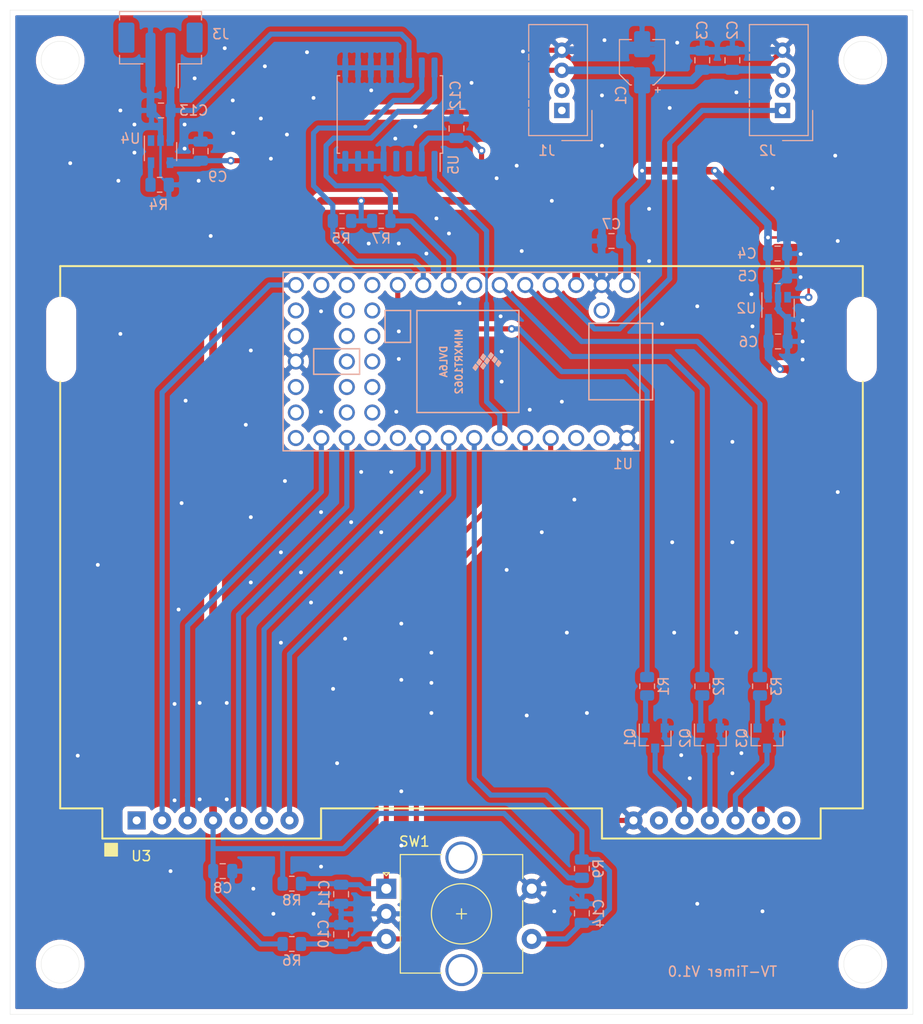
<source format=kicad_pcb>
(kicad_pcb (version 20171130) (host pcbnew "(5.1.9-0-10_14)")
  (title_block (title "TV Timer") (date 2021-01-10) (rev 1.0) (comment 2 creativecommons.org/licenses/by/4.0/) (comment 3 "License: CC BY 4.0") (comment 4 "Author: Rob Bultman"))
  (layers (0 F.Cu signal) (31 B.Cu signal) (34 B.Paste user) (35 F.Paste user) (36 B.SilkS user) (37 F.SilkS user) (38 B.Mask user) (39 F.Mask user) (44 Edge.Cuts user))
  (net 0 "")
  (net 1 +5V)
  (net 2 GND)
  (net 3 +3V3)
  (net 4 ENC_PHB)
  (net 5 ENC_PHA)
  (net 6 +BATT)
  (net 7 ENC_SW)
  (net 8 "Net-(J1-Pad1)")
  (net 9 "Net-(J1-Pad2)")
  (net 10 "Net-(J2-Pad2)")
  (net 11 RELAY)
  (net 12 "Net-(Q1-Pad1)")
  (net 13 "Net-(Q1-Pad3)")
  (net 14 "Net-(Q2-Pad3)")
  (net 15 "Net-(Q2-Pad1)")
  (net 16 "Net-(Q3-Pad1)")
  (net 17 "Net-(Q3-Pad3)")
  (net 18 RED_LED)
  (net 19 GREEN_LED)
  (net 20 BLUE_LED)
  (net 21 "Net-(R4-Pad1)")
  (net 22 SDA)
  (net 23 SCL)
  (net 24 "Net-(U1-Pad44)")
  (net 25 "Net-(U1-Pad43)")
  (net 26 "Net-(U1-Pad42)")
  (net 27 "Net-(U1-Pad41)")
  (net 28 "Net-(U1-Pad40)")
  (net 29 "Net-(U1-Pad39)")
  (net 30 "Net-(U1-Pad38)")
  (net 31 "Net-(U1-Pad37)")
  (net 32 "Net-(U1-Pad36)")
  (net 33 "Net-(U1-Pad35)")
  (net 34 "Net-(U1-Pad2)")
  (net 35 "Net-(U1-Pad3)")
  (net 36 RTC_32KHZ)
  (net 37 LCD_A0)
  (net 38 ~LCD_RESET)
  (net 39 "Net-(U1-Pad10)")
  (net 40 "Net-(U1-Pad11)")
  (net 41 LCD_CS)
  (net 42 LCD_MOSI)
  (net 43 "Net-(U1-Pad34)")
  (net 44 "Net-(U1-Pad14)")
  (net 45 "Net-(U1-Pad15)")
  (net 46 "Net-(U1-Pad16)")
  (net 47 LCD_SCK)
  (net 48 "Net-(U1-Pad19)")
  (net 49 "Net-(U1-Pad18)")
  (net 50 "Net-(U3-Pad1)")
  (net 51 "Net-(U3-Pad9)")
  (net 52 "Net-(U3-Pad14)")
  (net 53 "Net-(U4-Pad1)")
  (net 54 "Net-(U5-Pad3)")
  (net 55 "Net-(U1-Pad23)")
  (net 56 "Net-(U1-Pad22)")
  (net 57 "Net-(U1-Pad21)")
  (net 58 +3v3_LED)
  (net 59 "Net-(U1-Pad27)")
  (net 60 "Net-(U5-Pad4)")
  (module Package_TO_SOT_SMD:SOT-23-5 (layer B.Cu) (at 76.55 29.7 270)
    (fp_text reference U2 (at 0 3.15) (layer B.SilkS) (effects (justify mirror)))
    (fp_text value TLV75733PDBV)
    (pad 5 smd rect (at 1.1 0.95 270) (size 1.06 0.65) (layers B.Cu B.Paste B.Mask) (net 58 +3v3_LED))
    (pad 4 smd rect (at 1.1 -0.95 270) (size 1.06 0.65) (layers B.Cu B.Paste B.Mask) (net 2 GND))
    (pad 3 smd rect (at -1.1 -0.95 270) (size 1.06 0.65) (layers B.Cu B.Paste B.Mask) (net 1 +5V))
    (pad 2 smd rect (at -1.1 0 270) (size 1.06 0.65) (layers B.Cu B.Paste B.Mask) (net 2 GND))
    (pad 1 smd rect (at -1.1 0.95 270) (size 1.06 0.65) (layers B.Cu B.Paste B.Mask) (net 1 +5V))
  )
  (module tv-timer:NHD-C12864A1Z (layer F.Cu) (at 45 52.5)
    (fp_text reference U3 (at -33.02 31.75) (layer F.SilkS) (effects (justify left)))
    (fp_text value NHD-C12864A1Z)
    (pad "" np_thru_hole oval (at 39.9 -19.7) (size 2 7.5) (drill oval 2 7.5) (layers *.Cu *.Mask))
    (pad "" np_thru_hole oval (at -39.9 -19.7) (size 2 7.5) (drill oval 2 7.5) (layers *.Cu *.Mask))
    (pad 14 thru_hole circle (at 32.38 28.2) (size 1.8 1.8) (drill 0.8) (layers *.Cu *.Mask) (net 52 "Net-(U3-Pad14)"))
    (pad 13 thru_hole circle (at 29.84 28.2) (size 1.8 1.8) (drill 0.8) (layers *.Cu *.Mask) (net 58 +3v3_LED))
    (pad 12 thru_hole circle (at 27.3 28.2) (size 1.8 1.8) (drill 0.8) (layers *.Cu *.Mask) (net 17 "Net-(Q3-Pad3)"))
    (pad 11 thru_hole circle (at 24.76 28.2) (size 1.8 1.8) (drill 0.8) (layers *.Cu *.Mask) (net 14 "Net-(Q2-Pad3)"))
    (pad 10 thru_hole circle (at 22.22 28.2) (size 1.8 1.8) (drill 0.8) (layers *.Cu *.Mask) (net 13 "Net-(Q1-Pad3)"))
    (pad 9 thru_hole circle (at 19.68 28.2) (size 1.8 1.8) (drill 0.8) (layers *.Cu *.Mask) (net 51 "Net-(U3-Pad9)"))
    (pad 8 thru_hole circle (at 17.14 28.2) (size 1.8 1.8) (drill 0.8) (layers *.Cu *.Mask) (net 2 GND))
    (pad 7 thru_hole circle (at -17.14 28.2) (size 1.8 1.8) (drill 0.8) (layers *.Cu *.Mask) (net 41 LCD_CS))
    (pad 6 thru_hole circle (at -19.68 28.2) (size 1.8 1.8) (drill 0.8) (layers *.Cu *.Mask) (net 38 ~LCD_RESET))
    (pad 5 thru_hole circle (at -22.22 28.2) (size 1.8 1.8) (drill 0.8) (layers *.Cu *.Mask) (net 37 LCD_A0))
    (pad 4 thru_hole circle (at -24.76 28.2) (size 1.8 1.8) (drill 0.8) (layers *.Cu *.Mask) (net 3 +3V3))
    (pad 3 thru_hole circle (at -27.3 28.2) (size 1.8 1.8) (drill 0.8) (layers *.Cu *.Mask) (net 42 LCD_MOSI))
    (pad 2 thru_hole circle (at -29.84 28.2) (size 1.8 1.8) (drill 0.8) (layers *.Cu *.Mask) (net 47 LCD_SCK))
    (pad 1 thru_hole rect (at -32.38 28.2) (size 1.8 1.8) (drill 0.8) (layers *.Cu *.Mask) (net 50 "Net-(U3-Pad1)"))
  )
  (module Capacitor_SMD:CP_Elec_4x5.4 (layer B.Cu) (at 63 5.2 90)
    (fp_text reference C1 (at -3.3 -2.1 90) (layer B.SilkS) (effects (justify mirror)))
    (fp_text value 10uF)
    (pad 1 smd roundrect (at -1.8 0 90) (size 2.6 1.6) (layers B.Cu B.Paste B.Mask) (roundrect_rratio 0.15625) (net 1 +5V))
    (pad 2 smd roundrect (at 1.8 0 90) (size 2.6 1.6) (layers B.Cu B.Paste B.Mask) (roundrect_rratio 0.15625) (net 2 GND))
  )
  (module Capacitor_SMD:C_0805_2012Metric (layer B.Cu) (at 72 5 90)
    (fp_text reference C2 (at 3 0 90) (layer B.SilkS) (effects (justify mirror)))
    (fp_text value 10uF)
    (pad 1 smd roundrect (at -0.95 0 90) (size 1 1.45) (layers B.Cu B.Paste B.Mask) (net 1 +5V))
    (pad 2 smd roundrect (at 0.95 0 90) (size 1 1.45) (layers B.Cu B.Paste B.Mask) (net 2 GND))
  )
  (module Capacitor_SMD:C_0805_2012Metric (layer B.Cu) (at 69 5 90)
    (fp_text reference C3 (at 3 0 90) (layer B.SilkS) (effects (justify mirror)))
    (fp_text value 1uF)
    (pad 2 smd roundrect (at 0.95 0 90) (size 1 1.45) (layers B.Cu B.Paste B.Mask) (net 2 GND))
    (pad 1 smd roundrect (at -0.95 0 90) (size 1 1.45) (layers B.Cu B.Paste B.Mask) (net 1 +5V))
  )
  (module Capacitor_SMD:C_0805_2012Metric (layer B.Cu) (at 76.5 24.25)
    (fp_text reference C4 (at -3.05 0) (layer B.SilkS) (effects (justify mirror)))
    (fp_text value 10uF)
    (pad 1 smd roundrect (at -0.95 0) (size 1 1.45) (layers B.Cu B.Paste B.Mask) (net 1 +5V))
    (pad 2 smd roundrect (at 0.95 0) (size 1 1.45) (layers B.Cu B.Paste B.Mask) (net 2 GND))
  )
  (module Capacitor_SMD:C_0805_2012Metric (layer B.Cu) (at 76.5 26.5)
    (fp_text reference C5 (at -3 0) (layer B.SilkS) (effects (justify mirror)))
    (fp_text value 1uF)
    (pad 2 smd roundrect (at 0.95 0) (size 1 1.45) (layers B.Cu B.Paste B.Mask) (net 2 GND))
    (pad 1 smd roundrect (at -0.95 0) (size 1 1.45) (layers B.Cu B.Paste B.Mask) (net 1 +5V))
  )
  (module Capacitor_SMD:C_0805_2012Metric (layer B.Cu) (at 76.55 33)
    (fp_text reference C6 (at -2.95 0.05) (layer B.SilkS) (effects (justify mirror)))
    (fp_text value 1uF)
    (pad 1 smd roundrect (at -0.95 0) (size 1 1.45) (layers B.Cu B.Paste B.Mask) (net 58 +3v3_LED))
    (pad 2 smd roundrect (at 0.95 0) (size 1 1.45) (layers B.Cu B.Paste B.Mask) (net 2 GND))
  )
  (module Capacitor_SMD:C_0805_2012Metric (layer B.Cu) (at 59.95 23 180)
    (fp_text reference C7 (at 0 1.68) (layer B.SilkS) (effects (justify mirror)))
    (fp_text value 1uF)
    (pad 1 smd roundrect (at -0.95 0 180) (size 1 1.45) (layers B.Cu B.Paste B.Mask) (net 1 +5V))
    (pad 2 smd roundrect (at 0.95 0 180) (size 1 1.45) (layers B.Cu B.Paste B.Mask) (net 2 GND))
  )
  (module Capacitor_SMD:C_0805_2012Metric (layer B.Cu) (at 21.2 85.75)
    (fp_text reference C8 (at 0 1.68) (layer B.SilkS) (effects (justify mirror)))
    (fp_text value 1uF)
    (pad 2 smd roundrect (at 0.95 0) (size 1 1.45) (layers B.Cu B.Paste B.Mask) (net 2 GND))
    (pad 1 smd roundrect (at -0.95 0) (size 1 1.45) (layers B.Cu B.Paste B.Mask) (net 3 +3V3))
  )
  (module Capacitor_SMD:C_0805_2012Metric (layer B.Cu) (at 19 14.05 90)
    (fp_text reference C9 (at -2.55 1.7 180) (layer B.SilkS) (effects (justify mirror)))
    (fp_text value 10uF)
    (pad 1 smd roundrect (at -0.95 0 90) (size 1 1.45) (layers B.Cu B.Paste B.Mask) (net 1 +5V))
    (pad 2 smd roundrect (at 0.95 0 90) (size 1 1.45) (layers B.Cu B.Paste B.Mask) (net 2 GND))
  )
  (module Capacitor_SMD:C_0805_2012Metric (layer B.Cu) (at 33 92.05 90)
    (fp_text reference C10 (at 0.05 -1.75 90) (layer B.SilkS) (effects (justify mirror)))
    (fp_text value 0.1nF)
    (pad 2 smd roundrect (at 0.95 0 90) (size 1 1.45) (layers B.Cu B.Paste B.Mask) (net 2 GND))
    (pad 1 smd roundrect (at -0.95 0 90) (size 1 1.45) (layers B.Cu B.Paste B.Mask) (net 4 ENC_PHB))
  )
  (module Capacitor_SMD:C_0805_2012Metric (layer B.Cu) (at 33 88.05 270)
    (fp_text reference C11 (at 0 1.68 90) (layer B.SilkS) (effects (justify mirror)))
    (fp_text value 0.1nF)
    (pad 1 smd roundrect (at -0.95 0 270) (size 1 1.45) (layers B.Cu B.Paste B.Mask) (net 5 ENC_PHA))
    (pad 2 smd roundrect (at 0.95 0 270) (size 1 1.45) (layers B.Cu B.Paste B.Mask) (net 2 GND))
  )
  (module Capacitor_SMD:C_0805_2012Metric (layer B.Cu) (at 44.5 11.8 90)
    (fp_text reference C12 (at 3.35 -0.1 90) (layer B.SilkS) (effects (justify mirror)))
    (fp_text value 1uF)
    (pad 2 smd roundrect (at 0.95 0 90) (size 1 1.45) (layers B.Cu B.Paste B.Mask) (net 2 GND))
    (pad 1 smd roundrect (at -0.95 0 90) (size 1 1.45) (layers B.Cu B.Paste B.Mask) (net 3 +3V3))
  )
  (module Capacitor_SMD:C_0805_2012Metric (layer B.Cu) (at 15.05 10 180)
    (fp_text reference C13 (at -3.25 0) (layer B.SilkS) (effects (justify mirror)))
    (fp_text value 10uF)
    (pad 2 smd roundrect (at 0.95 0 180) (size 1 1.45) (layers B.Cu B.Paste B.Mask) (net 2 GND))
    (pad 1 smd roundrect (at -0.95 0 180) (size 1 1.45) (layers B.Cu B.Paste B.Mask) (net 6 +BATT))
  )
  (module Capacitor_SMD:C_0805_2012Metric (layer B.Cu) (at 57 89.95 90)
    (fp_text reference C14 (at 0 1.68 90) (layer B.SilkS) (effects (justify mirror)))
    (fp_text value 0.1nF)
    (pad 1 smd roundrect (at -0.95 0 90) (size 1 1.45) (layers B.Cu B.Paste B.Mask) (net 7 ENC_SW))
    (pad 2 smd roundrect (at 0.95 0 90) (size 1 1.45) (layers B.Cu B.Paste B.Mask) (net 2 GND))
  )
  (module Connector:NS-Tech_Grove_1x04_P2mm_Vertical (layer B.Cu) (at 55 10)
    (fp_text reference J1 (at -1.5 4) (layer B.SilkS) (effects (justify mirror)))
    (fp_text value Conn_01x04)
    (pad 1 thru_hole rect (at 0 0) (size 1.524 1.524) (drill 0.762) (layers *.Cu *.Mask) (net 8 "Net-(J1-Pad1)"))
    (pad 2 thru_hole circle (at 0 -2) (size 1.524 1.524) (drill 0.762) (layers *.Cu *.Mask) (net 9 "Net-(J1-Pad2)"))
    (pad 3 thru_hole circle (at 0 -4) (size 1.524 1.524) (drill 0.762) (layers *.Cu *.Mask) (net 1 +5V))
    (pad 4 thru_hole circle (at 0 -6) (size 1.524 1.524) (drill 0.762) (layers *.Cu *.Mask) (net 2 GND))
  )
  (module Connector:NS-Tech_Grove_1x04_P2mm_Vertical (layer B.Cu) (at 77 10)
    (fp_text reference J2 (at -1.5 4) (layer B.SilkS) (effects (justify mirror)))
    (fp_text value Conn_01x04)
    (pad 4 thru_hole circle (at 0 -6) (size 1.524 1.524) (drill 0.762) (layers *.Cu *.Mask) (net 2 GND))
    (pad 3 thru_hole circle (at 0 -4) (size 1.524 1.524) (drill 0.762) (layers *.Cu *.Mask) (net 1 +5V))
    (pad 2 thru_hole circle (at 0 -2) (size 1.524 1.524) (drill 0.762) (layers *.Cu *.Mask) (net 10 "Net-(J2-Pad2)"))
    (pad 1 thru_hole rect (at 0 0) (size 1.524 1.524) (drill 0.762) (layers *.Cu *.Mask) (net 11 RELAY))
  )
  (module Connector_JST:JST_PH_B2B-PH-SM4-TB_1x02-1MP_P2.00mm_Vertical (layer B.Cu) (at 15 4.5 180)
    (fp_text reference J3 (at -6 2.1) (layer B.SilkS) (effects (justify mirror)))
    (fp_text value Conn_01x02)
    (pad 1 smd roundrect (at -1 -0.5 180) (size 1 5.5) (layers B.Cu B.Paste B.Mask) (net 6 +BATT))
    (pad 2 smd roundrect (at 1 -0.5 180) (size 1 5.5) (layers B.Cu B.Paste B.Mask) (net 2 GND))
    (pad MP smd roundrect (at -3.4 1.75 180) (size 1.6 3) (layers B.Cu B.Paste B.Mask) (roundrect_rratio 0.15625))
    (pad MP smd roundrect (at 3.4 1.75 180) (size 1.6 3) (layers B.Cu B.Paste B.Mask) (roundrect_rratio 0.15625))
  )
  (module Package_TO_SOT_SMD:SOT-23 (layer B.Cu) (at 64.3 72.5 270)
    (fp_text reference Q1 (at 0 2.5 90) (layer B.SilkS) (effects (justify mirror)))
    (fp_text value BSS138)
    (pad 1 smd rect (at -1 0.95 270) (size 0.9 0.8) (layers B.Cu B.Paste B.Mask) (net 12 "Net-(Q1-Pad1)"))
    (pad 2 smd rect (at -1 -0.95 270) (size 0.9 0.8) (layers B.Cu B.Paste B.Mask) (net 2 GND))
    (pad 3 smd rect (at 1 0 270) (size 0.9 0.8) (layers B.Cu B.Paste B.Mask) (net 13 "Net-(Q1-Pad3)"))
  )
  (module Package_TO_SOT_SMD:SOT-23 (layer B.Cu) (at 69.8 72.5 270)
    (fp_text reference Q2 (at 0 2.5 90) (layer B.SilkS) (effects (justify mirror)))
    (fp_text value BSS138)
    (pad 3 smd rect (at 1 0 270) (size 0.9 0.8) (layers B.Cu B.Paste B.Mask) (net 14 "Net-(Q2-Pad3)"))
    (pad 2 smd rect (at -1 -0.95 270) (size 0.9 0.8) (layers B.Cu B.Paste B.Mask) (net 2 GND))
    (pad 1 smd rect (at -1 0.95 270) (size 0.9 0.8) (layers B.Cu B.Paste B.Mask) (net 15 "Net-(Q2-Pad1)"))
  )
  (module Package_TO_SOT_SMD:SOT-23 (layer B.Cu) (at 75.45 72.5 270)
    (fp_text reference Q3 (at 0 2.5 90) (layer B.SilkS) (effects (justify mirror)))
    (fp_text value BSS138)
    (pad 1 smd rect (at -1 0.95 270) (size 0.9 0.8) (layers B.Cu B.Paste B.Mask) (net 16 "Net-(Q3-Pad1)"))
    (pad 2 smd rect (at -1 -0.95 270) (size 0.9 0.8) (layers B.Cu B.Paste B.Mask) (net 2 GND))
    (pad 3 smd rect (at 1 0 270) (size 0.9 0.8) (layers B.Cu B.Paste B.Mask) (net 17 "Net-(Q3-Pad3)"))
  )
  (module Resistor_SMD:R_0805_2012Metric (layer B.Cu) (at 63.5 67.3375 90)
    (fp_text reference R1 (at 0 1.65 90) (layer B.SilkS) (effects (justify mirror)))
    (fp_text value 100)
    (pad 2 smd roundrect (at 0.9125 0 90) (size 1.025 1.4) (layers B.Cu B.Paste B.Mask) (roundrect_rratio 0.243902) (net 18 RED_LED))
    (pad 1 smd roundrect (at -0.9125 0 90) (size 1.025 1.4) (layers B.Cu B.Paste B.Mask) (roundrect_rratio 0.243902) (net 12 "Net-(Q1-Pad1)"))
  )
  (module Resistor_SMD:R_0805_2012Metric (layer B.Cu) (at 69 67.3375 90)
    (fp_text reference R2 (at 0 1.65 90) (layer B.SilkS) (effects (justify mirror)))
    (fp_text value 100)
    (pad 2 smd roundrect (at 0.9125 0 90) (size 1.025 1.4) (layers B.Cu B.Paste B.Mask) (roundrect_rratio 0.243902) (net 19 GREEN_LED))
    (pad 1 smd roundrect (at -0.9125 0 90) (size 1.025 1.4) (layers B.Cu B.Paste B.Mask) (roundrect_rratio 0.243902) (net 15 "Net-(Q2-Pad1)"))
  )
  (module Resistor_SMD:R_0805_2012Metric (layer B.Cu) (at 74.75 67.3375 90)
    (fp_text reference R3 (at 0 1.65 90) (layer B.SilkS) (effects (justify mirror)))
    (fp_text value 100)
    (pad 1 smd roundrect (at -0.9125 0 90) (size 1.025 1.4) (layers B.Cu B.Paste B.Mask) (roundrect_rratio 0.243902) (net 16 "Net-(Q3-Pad1)"))
    (pad 2 smd roundrect (at 0.9125 0 90) (size 1.025 1.4) (layers B.Cu B.Paste B.Mask) (roundrect_rratio 0.243902) (net 20 BLUE_LED))
  )
  (module Resistor_SMD:R_0805_2012Metric (layer B.Cu) (at 14.9125 17.4)
    (fp_text reference R4 (at -0.1125 2) (layer B.SilkS) (effects (justify mirror)))
    (fp_text value 10K)
    (pad 1 smd roundrect (at -0.9125 0) (size 1.025 1.4) (layers B.Cu B.Paste B.Mask) (roundrect_rratio 0.243902) (net 21 "Net-(R4-Pad1)"))
    (pad 2 smd roundrect (at 0.9125 0) (size 1.025 1.4) (layers B.Cu B.Paste B.Mask) (roundrect_rratio 0.243902) (net 2 GND))
  )
  (module Resistor_SMD:R_0805_2012Metric (layer B.Cu) (at 33.0875 21 180)
    (fp_text reference R5 (at 0.0875 -1.75) (layer B.SilkS) (effects (justify mirror)))
    (fp_text value 10K)
    (pad 2 smd roundrect (at 0.9125 0 180) (size 1.025 1.4) (layers B.Cu B.Paste B.Mask) (roundrect_rratio 0.243902) (net 22 SDA))
    (pad 1 smd roundrect (at -0.9125 0 180) (size 1.025 1.4) (layers B.Cu B.Paste B.Mask) (roundrect_rratio 0.243902) (net 3 +3V3))
  )
  (module Resistor_SMD:R_0805_2012Metric (layer B.Cu) (at 28.0875 93)
    (fp_text reference R6 (at 0 1.65) (layer B.SilkS) (effects (justify mirror)))
    (fp_text value 10K)
    (pad 2 smd roundrect (at 0.9125 0) (size 1.025 1.4) (layers B.Cu B.Paste B.Mask) (roundrect_rratio 0.243902) (net 4 ENC_PHB))
    (pad 1 smd roundrect (at -0.9125 0) (size 1.025 1.4) (layers B.Cu B.Paste B.Mask) (roundrect_rratio 0.243902) (net 3 +3V3))
  )
  (module Resistor_SMD:R_0805_2012Metric (layer B.Cu) (at 37 21)
    (fp_text reference R7 (at 0 1.75) (layer B.SilkS) (effects (justify mirror)))
    (fp_text value 10K)
    (pad 1 smd roundrect (at -0.9125 0) (size 1.025 1.4) (layers B.Cu B.Paste B.Mask) (roundrect_rratio 0.243902) (net 3 +3V3))
    (pad 2 smd roundrect (at 0.9125 0) (size 1.025 1.4) (layers B.Cu B.Paste B.Mask) (roundrect_rratio 0.243902) (net 23 SCL))
  )
  (module Resistor_SMD:R_0805_2012Metric (layer B.Cu) (at 28.0875 87)
    (fp_text reference R8 (at 0 1.65) (layer B.SilkS) (effects (justify mirror)))
    (fp_text value 10K)
    (pad 1 smd roundrect (at -0.9125 0) (size 1.025 1.4) (layers B.Cu B.Paste B.Mask) (roundrect_rratio 0.243902) (net 3 +3V3))
    (pad 2 smd roundrect (at 0.9125 0) (size 1.025 1.4) (layers B.Cu B.Paste B.Mask) (roundrect_rratio 0.243902) (net 5 ENC_PHA))
  )
  (module Resistor_SMD:R_0805_2012Metric (layer B.Cu) (at 57 85.5 90)
    (fp_text reference R9 (at 0 1.65 90) (layer B.SilkS) (effects (justify mirror)))
    (fp_text value 10K)
    (pad 1 smd roundrect (at -0.9125 0 90) (size 1.025 1.4) (layers B.Cu B.Paste B.Mask) (roundrect_rratio 0.243902) (net 3 +3V3))
    (pad 2 smd roundrect (at 0.9125 0 90) (size 1.025 1.4) (layers B.Cu B.Paste B.Mask) (roundrect_rratio 0.243902) (net 7 ENC_SW))
  )
  (module Rotary_Encoder:RotaryEncoder_Alps_EC11E-Switch_Vertical_H20mm_CircularMountingHoles (layer F.Cu) (at 37.5 87.5)
    (fp_text reference SW1 (at 2.8 -4.7) (layer F.SilkS))
    (fp_text value Rotary_Encoder_Switch)
    (pad S1 thru_hole circle (at 14.5 5) (size 2 2) (drill 1) (layers *.Cu *.Mask) (net 7 ENC_SW))
    (pad S2 thru_hole circle (at 14.5 0) (size 2 2) (drill 1) (layers *.Cu *.Mask) (net 2 GND))
    (pad MP thru_hole circle (at 7.5 8.1) (size 3.2 3.2) (drill 2.6) (layers *.Cu *.Mask))
    (pad MP thru_hole circle (at 7.5 -3.1) (size 3.2 3.2) (drill 2.6) (layers *.Cu *.Mask))
    (pad B thru_hole circle (at 0 5) (size 2 2) (drill 1) (layers *.Cu *.Mask) (net 4 ENC_PHB))
    (pad C thru_hole circle (at 0 2.5) (size 2 2) (drill 1) (layers *.Cu *.Mask) (net 2 GND))
    (pad A thru_hole rect (at 0 0) (size 2 2) (drill 1) (layers *.Cu *.Mask) (net 5 ENC_PHA))
  )
  (module teensy:Teensy40 (layer B.Cu) (at 45 35 180)
    (fp_text reference U1 (at -16.1 -10.2) (layer B.SilkS) (effects (justify mirror)))
    (fp_text value Teensy4.0)
    (fp_text user DVL6A (at 1.778 0 270) (layer B.SilkS) (effects (font (size 0.7 0.7)) (justify mirror)))
    (fp_text user MIMXRT1062 (at 0.254 0 270) (layer B.SilkS) (effects (font (size 0.7 0.7)) (justify mirror)))
    (pad 44 thru_hole circle (at 8.89 -5.08 180) (size 1.6 1.6) (drill 1.1) (layers *.Cu *.Mask) (net 24 "Net-(U1-Pad44)"))
    (pad 43 thru_hole circle (at 11.43 -5.08 180) (size 1.6 1.6) (drill 1.1) (layers *.Cu *.Mask) (net 25 "Net-(U1-Pad43)"))
    (pad 42 thru_hole circle (at 8.89 -2.54 180) (size 1.6 1.6) (drill 1.1) (layers *.Cu *.Mask) (net 26 "Net-(U1-Pad42)"))
    (pad 41 thru_hole circle (at 11.43 -2.54 180) (size 1.6 1.6) (drill 1.1) (layers *.Cu *.Mask) (net 27 "Net-(U1-Pad41)"))
    (pad 40 thru_hole circle (at 8.89 0 180) (size 1.6 1.6) (drill 1.1) (layers *.Cu *.Mask) (net 28 "Net-(U1-Pad40)"))
    (pad 39 thru_hole circle (at 11.43 0 180) (size 1.6 1.6) (drill 1.1) (layers *.Cu *.Mask) (net 29 "Net-(U1-Pad39)"))
    (pad 38 thru_hole circle (at 8.89 2.54 180) (size 1.6 1.6) (drill 1.1) (layers *.Cu *.Mask) (net 30 "Net-(U1-Pad38)"))
    (pad 37 thru_hole circle (at 11.43 2.54 180) (size 1.6 1.6) (drill 1.1) (layers *.Cu *.Mask) (net 31 "Net-(U1-Pad37)"))
    (pad 36 thru_hole circle (at 8.89 5.08 180) (size 1.6 1.6) (drill 1.1) (layers *.Cu *.Mask) (net 32 "Net-(U1-Pad36)"))
    (pad 35 thru_hole circle (at 11.43 5.08 180) (size 1.6 1.6) (drill 1.1) (layers *.Cu *.Mask) (net 33 "Net-(U1-Pad35)"))
    (pad 1 thru_hole circle (at -16.51 -7.62 180) (size 1.6 1.6) (drill 1.1) (layers *.Cu *.Mask) (net 2 GND))
    (pad 2 thru_hole circle (at -13.97 -7.62 180) (size 1.6 1.6) (drill 1.1) (layers *.Cu *.Mask) (net 34 "Net-(U1-Pad2)"))
    (pad 3 thru_hole circle (at -11.43 -7.62 180) (size 1.6 1.6) (drill 1.1) (layers *.Cu *.Mask) (net 35 "Net-(U1-Pad3)"))
    (pad 4 thru_hole circle (at -8.89 -7.62 180) (size 1.6 1.6) (drill 1.1) (layers *.Cu *.Mask) (net 4 ENC_PHB))
    (pad 5 thru_hole circle (at -6.35 -7.62 180) (size 1.6 1.6) (drill 1.1) (layers *.Cu *.Mask) (net 5 ENC_PHA))
    (pad 6 thru_hole circle (at -3.81 -7.62 180) (size 1.6 1.6) (drill 1.1) (layers *.Cu *.Mask) (net 36 RTC_32KHZ))
    (pad 7 thru_hole circle (at -1.27 -7.62 180) (size 1.6 1.6) (drill 1.1) (layers *.Cu *.Mask) (net 7 ENC_SW))
    (pad 8 thru_hole circle (at 1.27 -7.62 180) (size 1.6 1.6) (drill 1.1) (layers *.Cu *.Mask) (net 41 LCD_CS))
    (pad 9 thru_hole circle (at 3.81 -7.62 180) (size 1.6 1.6) (drill 1.1) (layers *.Cu *.Mask) (net 38 ~LCD_RESET))
    (pad 10 thru_hole circle (at 6.35 -7.62 180) (size 1.6 1.6) (drill 1.1) (layers *.Cu *.Mask) (net 39 "Net-(U1-Pad10)"))
    (pad 11 thru_hole circle (at 8.89 -7.62 180) (size 1.6 1.6) (drill 1.1) (layers *.Cu *.Mask) (net 40 "Net-(U1-Pad11)"))
    (pad 12 thru_hole circle (at 11.43 -7.62 180) (size 1.6 1.6) (drill 1.1) (layers *.Cu *.Mask) (net 37 LCD_A0))
    (pad 13 thru_hole circle (at 13.97 -7.62 180) (size 1.6 1.6) (drill 1.1) (layers *.Cu *.Mask) (net 42 LCD_MOSI))
    (pad 34 thru_hole circle (at -13.97 5.08 180) (size 1.6 1.6) (drill 1.1) (layers *.Cu *.Mask) (net 43 "Net-(U1-Pad34)"))
    (pad 33 thru_hole circle (at -16.51 7.62 180) (size 1.6 1.6) (drill 1.1) (layers *.Cu *.Mask) (net 1 +5V))
    (pad 32 thru_hole circle (at -13.97 7.62 180) (size 1.6 1.6) (drill 1.1) (layers *.Cu *.Mask) (net 2 GND))
    (pad 31 thru_hole circle (at -11.43 7.62 180) (size 1.6 1.6) (drill 1.1) (layers *.Cu *.Mask) (net 3 +3V3))
    (pad 30 thru_hole circle (at -8.89 7.62 180) (size 1.6 1.6) (drill 1.1) (layers *.Cu *.Mask) (net 11 RELAY))
    (pad 29 thru_hole circle (at -6.35 7.62 180) (size 1.6 1.6) (drill 1.1) (layers *.Cu *.Mask) (net 20 BLUE_LED))
    (pad 28 thru_hole circle (at -3.81 7.62 180) (size 1.6 1.6) (drill 1.1) (layers *.Cu *.Mask) (net 19 GREEN_LED))
    (pad 27 thru_hole circle (at -1.27 7.62 180) (size 1.6 1.6) (drill 1.1) (layers *.Cu *.Mask) (net 59 "Net-(U1-Pad27)"))
    (pad 26 thru_hole circle (at 1.27 7.62 180) (size 1.6 1.6) (drill 1.1) (layers *.Cu *.Mask) (net 23 SCL))
    (pad 25 thru_hole circle (at 3.81 7.62 180) (size 1.6 1.6) (drill 1.1) (layers *.Cu *.Mask) (net 22 SDA))
    (pad 24 thru_hole circle (at 6.35 7.62 180) (size 1.6 1.6) (drill 1.1) (layers *.Cu *.Mask) (net 18 RED_LED))
    (pad 23 thru_hole circle (at 8.89 7.62 180) (size 1.6 1.6) (drill 1.1) (layers *.Cu *.Mask) (net 55 "Net-(U1-Pad23)"))
    (pad 22 thru_hole circle (at 11.43 7.62 180) (size 1.6 1.6) (drill 1.1) (layers *.Cu *.Mask) (net 56 "Net-(U1-Pad22)"))
    (pad 21 thru_hole circle (at 13.97 7.62 180) (size 1.6 1.6) (drill 1.1) (layers *.Cu *.Mask) (net 57 "Net-(U1-Pad21)"))
    (pad 14 thru_hole circle (at 16.51 -7.62 180) (size 1.6 1.6) (drill 1.1) (layers *.Cu *.Mask) (net 44 "Net-(U1-Pad14)"))
    (pad 15 thru_hole circle (at 16.51 -5.08 180) (size 1.6 1.6) (drill 1.1) (layers *.Cu *.Mask) (net 45 "Net-(U1-Pad15)"))
    (pad 16 thru_hole circle (at 16.51 -2.54 180) (size 1.6 1.6) (drill 1.1) (layers *.Cu *.Mask) (net 46 "Net-(U1-Pad16)"))
    (pad 20 thru_hole circle (at 16.51 7.62 180) (size 1.6 1.6) (drill 1.1) (layers *.Cu *.Mask) (net 47 LCD_SCK))
    (pad 19 thru_hole circle (at 16.51 5.08 180) (size 1.6 1.6) (drill 1.1) (layers *.Cu *.Mask) (net 48 "Net-(U1-Pad19)"))
    (pad 18 thru_hole circle (at 16.51 2.54 180) (size 1.6 1.6) (drill 1.1) (layers *.Cu *.Mask) (net 49 "Net-(U1-Pad18)"))
    (pad 17 thru_hole circle (at 16.51 0 180) (size 1.6 1.6) (drill 1.1) (layers *.Cu *.Mask) (net 2 GND))
  )
  (module Package_TO_SOT_SMD:SOT-23-5 (layer B.Cu) (at 15 14.1 270)
    (fp_text reference U4 (at -1.3 3 180) (layer B.SilkS) (effects (justify mirror)))
    (fp_text value MCP73831-2-OT)
    (pad 1 smd rect (at -1.1 0.95 270) (size 1.06 0.65) (layers B.Cu B.Paste B.Mask) (net 53 "Net-(U4-Pad1)"))
    (pad 2 smd rect (at -1.1 0 270) (size 1.06 0.65) (layers B.Cu B.Paste B.Mask) (net 2 GND))
    (pad 3 smd rect (at -1.1 -0.95 270) (size 1.06 0.65) (layers B.Cu B.Paste B.Mask) (net 6 +BATT))
    (pad 4 smd rect (at 1.1 -0.95 270) (size 1.06 0.65) (layers B.Cu B.Paste B.Mask) (net 1 +5V))
    (pad 5 smd rect (at 1.1 0.95 270) (size 1.06 0.65) (layers B.Cu B.Paste B.Mask) (net 21 "Net-(R4-Pad1)"))
  )
  (module Package_SO:SOIC-16W_7.5x10.3mm_P1.27mm (layer B.Cu) (at 37.865 10.4 90)
    (fp_text reference U5 (at -5 6.335 90) (layer B.SilkS) (effects (justify mirror)))
    (fp_text value DS3231M)
    (pad 1 smd roundrect (at -4.65 4.445 90) (size 2.05 0.6) (layers B.Cu B.Paste B.Mask) (net 36 RTC_32KHZ))
    (pad 2 smd roundrect (at -4.65 3.175 90) (size 2.05 0.6) (layers B.Cu B.Paste B.Mask) (net 3 +3V3))
    (pad 3 smd roundrect (at -4.65 1.905 90) (size 2.05 0.6) (layers B.Cu B.Paste B.Mask) (net 54 "Net-(U5-Pad3)"))
    (pad 4 smd roundrect (at -4.65 0.635 90) (size 2.05 0.6) (layers B.Cu B.Paste B.Mask) (net 60 "Net-(U5-Pad4)"))
    (pad 5 smd roundrect (at -4.65 -0.635 90) (size 2.05 0.6) (layers B.Cu B.Paste B.Mask) (net 2 GND))
    (pad 6 smd roundrect (at -4.65 -1.905 90) (size 2.05 0.6) (layers B.Cu B.Paste B.Mask) (net 2 GND))
    (pad 7 smd roundrect (at -4.65 -3.175 90) (size 2.05 0.6) (layers B.Cu B.Paste B.Mask) (net 2 GND))
    (pad 8 smd roundrect (at -4.65 -4.445 90) (size 2.05 0.6) (layers B.Cu B.Paste B.Mask) (net 2 GND))
    (pad 9 smd roundrect (at 4.65 -4.445 90) (size 2.05 0.6) (layers B.Cu B.Paste B.Mask) (net 2 GND))
    (pad 10 smd roundrect (at 4.65 -3.175 90) (size 2.05 0.6) (layers B.Cu B.Paste B.Mask) (net 2 GND))
    (pad 11 smd roundrect (at 4.65 -1.905 90) (size 2.05 0.6) (layers B.Cu B.Paste B.Mask) (net 2 GND))
    (pad 12 smd roundrect (at 4.65 -0.635 90) (size 2.05 0.6) (layers B.Cu B.Paste B.Mask) (net 2 GND))
    (pad 13 smd roundrect (at 4.65 0.635 90) (size 2.05 0.6) (layers B.Cu B.Paste B.Mask) (net 2 GND))
    (pad 14 smd roundrect (at 4.65 1.905 90) (size 2.05 0.6) (layers B.Cu B.Paste B.Mask) (net 6 +BATT))
    (pad 15 smd roundrect (at 4.65 3.175 90) (size 2.05 0.6) (layers B.Cu B.Paste B.Mask) (net 22 SDA))
    (pad 16 smd roundrect (at 4.65 4.445 90) (size 2.05 0.6) (layers B.Cu B.Paste B.Mask) (net 23 SCL))
  )
  (gr_text "TV-Timer V1.0" (at 71 95.75) (layer B.SilkS) (effects (font (size 1 1)) (justify mirror)))
  (gr_circle (center 85 95) (end 86.9 95) (layer Edge.Cuts) (width 0.0254))
  (gr_circle (center 5 95) (end 6.9 95) (layer Edge.Cuts) (width 0.0254))
  (gr_circle (center 5 5) (end 6.9 5) (layer Edge.Cuts) (width 0.0254))
  (gr_circle (center 85 5) (end 86.9 5) (layer Edge.Cuts) (width 0.0254))
  (gr_line (start 0 0) (end 0 100) (layer Edge.Cuts) (width 0.0254))
  (gr_line (start 90 100) (end 0 100) (layer Edge.Cuts) (width 0.0254))
  (gr_line (start 90 0) (end 90 100) (layer Edge.Cuts) (width 0.0254))
  (gr_line (start 0 0) (end 90 0) (layer Edge.Cuts) (width 0.0254))
  (segment (start 62 6) (end 63 7) (width 0.762) (layer B.Cu) (net 1))
  (segment (start 55 6) (end 62 6) (width 0.762) (layer B.Cu) (net 1))
  (segment (start 67.95 7) (end 69 5.95) (width 0.762) (layer B.Cu) (net 1))
  (segment (start 63 7) (end 67.95 7) (width 0.762) (layer B.Cu) (net 1))
  (segment (start 76.95 5.95) (end 77 6) (width 0.762) (layer B.Cu) (net 1))
  (segment (start 72 5.95) (end 76.95 5.95) (width 0.762) (layer B.Cu) (net 1))
  (segment (start 63 7) (end 63 16) (width 0.762) (layer B.Cu) (net 1))
  (segment (start 60.9 19.1) (end 60.9 23) (width 0.762) (layer B.Cu) (net 1))
  (segment (start 63 17) (end 60.9 19.1) (width 0.762) (layer B.Cu) (net 1))
  (segment (start 61.51 23.61) (end 60.9 23) (width 0.762) (layer B.Cu) (net 1))
  (segment (start 61.51 27.38) (end 61.51 23.61) (width 0.762) (layer B.Cu) (net 1))
  (segment (start 69 5.95) (end 72 5.95) (width 0.762) (layer B.Cu) (net 1))
  (segment (start 75.55 26.5) (end 75.55 24.25) (width 0.508) (layer B.Cu) (net 1))
  (segment (start 63 16) (end 63 17) (width 0.762) (layer B.Cu) (net 1))
  (via (at 63 16) (size 0.762) (drill 0.381) (layers F.Cu B.Cu) (net 1))
  (segment (start 63 16) (end 70.25 16) (width 0.762) (layer F.Cu) (net 1))
  (segment (start 75.55 24.25) (end 75.55 22.65) (width 0.762) (layer B.Cu) (net 1))
  (segment (start 75.55 21.3) (end 70.25 16) (width 0.762) (layer B.Cu) (net 1))
  (segment (start 70.25 16) (end 70.25 16) (width 0.762) (layer B.Cu) (net 1))
  (via (at 70.25 16) (size 0.762) (drill 0.381) (layers F.Cu B.Cu) (net 1))
  (segment (start 19 15) (end 22 15) (width 0.508) (layer B.Cu) (net 1))
  (segment (start 22 15) (end 22 15) (width 0.508) (layer B.Cu) (net 1))
  (via (at 22 15) (size 0.762) (drill 0.381) (layers F.Cu B.Cu) (net 1))
  (segment (start 52.25 6) (end 55 6) (width 0.508) (layer F.Cu) (net 1))
  (segment (start 27.94 10.16) (end 48.09 10.16) (width 0.508) (layer F.Cu) (net 1))
  (segment (start 23.1 15) (end 27.94 10.16) (width 0.508) (layer F.Cu) (net 1))
  (segment (start 48.09 10.16) (end 52.25 6) (width 0.508) (layer F.Cu) (net 1))
  (segment (start 22 15) (end 23.1 15) (width 0.508) (layer F.Cu) (net 1))
  (segment (start 18.8 15.2) (end 19 15) (width 0.762) (layer B.Cu) (net 1))
  (segment (start 15.95 15.2) (end 18.8 15.2) (width 0.762) (layer B.Cu) (net 1))
  (segment (start 75.55 28.560001) (end 75.589999 28.6) (width 0.762) (layer B.Cu) (net 1))
  (segment (start 75.55 26.5) (end 75.55 28.560001) (width 0.762) (layer B.Cu) (net 1))
  (segment (start 75.55 22.65) (end 75.55 21.3) (width 0.762) (layer B.Cu) (net 1))
  (via (at 75.55 22.65) (size 0.762) (drill 0.381) (layers F.Cu B.Cu) (net 1))
  (segment (start 75.55 22.65) (end 79.05 22.65) (width 0.254) (layer F.Cu) (net 1))
  (segment (start 79.05 22.65) (end 79.6 23.2) (width 0.254) (layer F.Cu) (net 1))
  (segment (start 79.6 23.2) (end 79.6 28.6) (width 0.254) (layer F.Cu) (net 1))
  (segment (start 79.6 28.6) (end 79.6 28.6) (width 0.254) (layer F.Cu) (net 1))
  (via (at 79.6 28.6) (size 0.762) (drill 0.381) (layers F.Cu B.Cu) (net 1))
  (segment (start 79.6 28.6) (end 77.5 28.6) (width 0.254) (layer B.Cu) (net 1))
  (segment (start 62.4 4) (end 63 3.4) (width 0.762) (layer B.Cu) (net 2))
  (segment (start 55 4) (end 62.4 4) (width 0.762) (layer B.Cu) (net 2))
  (segment (start 63.65 4.05) (end 63 3.4) (width 0.762) (layer B.Cu) (net 2))
  (segment (start 69 4.05) (end 63.65 4.05) (width 0.762) (layer B.Cu) (net 2))
  (segment (start 69 4.05) (end 72 4.05) (width 0.762) (layer B.Cu) (net 2))
  (segment (start 76.95 4.05) (end 77 4) (width 0.762) (layer B.Cu) (net 2))
  (segment (start 72 4.05) (end 76.95 4.05) (width 0.762) (layer B.Cu) (net 2))
  (segment (start 58.97 23.03) (end 59 23) (width 0.762) (layer B.Cu) (net 2))
  (segment (start 58.97 27.38) (end 58.97 23.03) (width 0.762) (layer B.Cu) (net 2))
  (segment (start 14 9.9) (end 14.1 10) (width 0.762) (layer B.Cu) (net 2))
  (segment (start 14 5) (end 14 9.9) (width 0.762) (layer B.Cu) (net 2))
  (segment (start 15 10.9) (end 14.1 10) (width 0.508) (layer B.Cu) (net 2))
  (segment (start 15 13) (end 15 11.6) (width 0.508) (layer B.Cu) (net 2))
  (segment (start 11 13) (end 11.1 13) (width 0.254) (layer B.Cu) (net 2))
  (segment (start 44.4 10.75) (end 44.5 10.85) (width 0.254) (layer B.Cu) (net 2))
  (segment (start 58.8 80.7) (end 52 87.5) (width 0.508) (layer F.Cu) (net 2))
  (segment (start 62.14 80.7) (end 58.8 80.7) (width 0.508) (layer F.Cu) (net 2))
  (segment (start 49.5 90) (end 52 87.5) (width 0.508) (layer B.Cu) (net 2))
  (segment (start 37.5 90) (end 49.5 90) (width 0.508) (layer B.Cu) (net 2))
  (segment (start 33 89) (end 25 89) (width 0.508) (layer B.Cu) (net 2))
  (segment (start 37.5 90) (end 33 90) (width 0.508) (layer B.Cu) (net 2))
  (segment (start 33 90) (end 33 89) (width 0.508) (layer B.Cu) (net 2))
  (segment (start 33 91.1) (end 33 90) (width 0.508) (layer B.Cu) (net 2))
  (segment (start 55.5 87.5) (end 57 89) (width 0.508) (layer B.Cu) (net 2))
  (segment (start 52 87.5) (end 55.5 87.5) (width 0.508) (layer B.Cu) (net 2))
  (segment (start 22.15 85.75) (end 22.15 87.15) (width 0.508) (layer B.Cu) (net 2))
  (segment (start 24 89) (end 25 89) (width 0.508) (layer B.Cu) (net 2))
  (segment (start 22.15 87.15) (end 24 89) (width 0.508) (layer B.Cu) (net 2))
  (segment (start 77.45 26.5) (end 77.45 24.25) (width 0.508) (layer B.Cu) (net 2))
  (segment (start 55 4) (end 56.75 4) (width 0.762) (layer F.Cu) (net 2))
  (segment (start 56.75 4) (end 59 6.25) (width 0.762) (layer F.Cu) (net 2))
  (segment (start 59 6.25) (end 59 8.5) (width 0.762) (layer F.Cu) (net 2))
  (segment (start 59 13.5) (end 71.75 13.5) (width 0.762) (layer F.Cu) (net 2))
  (segment (start 71.75 13.5) (end 76 17.75) (width 0.762) (layer F.Cu) (net 2))
  (segment (start 76 17.75) (end 76 17.75) (width 0.762) (layer F.Cu) (net 2))
  (via (at 76 17.75) (size 0.762) (drill 0.381) (layers F.Cu B.Cu) (net 2))
  (segment (start 77.45 19.2) (end 76 17.75) (width 0.762) (layer B.Cu) (net 2))
  (segment (start 77.45 24.25) (end 77.45 19.2) (width 0.762) (layer B.Cu) (net 2))
  (segment (start 59 13.5) (end 59 13.5) (width 0.762) (layer F.Cu) (net 2))
  (via (at 59 13.5) (size 0.762) (drill 0.381) (layers F.Cu B.Cu) (net 2))
  (segment (start 59 13.5) (end 59 23) (width 0.762) (layer B.Cu) (net 2))
  (segment (start 44.5 10.85) (end 50.35 10.85) (width 0.508) (layer B.Cu) (net 2))
  (segment (start 53 13.5) (end 59 13.5) (width 0.508) (layer B.Cu) (net 2))
  (segment (start 50.35 10.85) (end 53 13.5) (width 0.508) (layer B.Cu) (net 2))
  (segment (start 19 13.1) (end 21.4 13.1) (width 0.508) (layer B.Cu) (net 2))
  (segment (start 21.4 13.1) (end 22.25 12.25) (width 0.508) (layer B.Cu) (net 2))
  (segment (start 22.25 12.25) (end 22.25 12.25) (width 0.508) (layer B.Cu) (net 2))
  (via (at 22.25 12.25) (size 0.762) (drill 0.381) (layers F.Cu B.Cu) (net 2))
  (segment (start 55 4) (end 51.25 4) (width 0.508) (layer F.Cu) (net 2))
  (segment (start 51.25 4) (end 51.125 4.125) (width 0.508) (layer F.Cu) (net 2))
  (segment (start 25.75 8.75) (end 22.25 12.25) (width 0.508) (layer F.Cu) (net 2))
  (segment (start 46.5 8.75) (end 30.25 8.75) (width 0.508) (layer F.Cu) (net 2))
  (via (at 54 19) (size 0.762) (drill 0.381) (layers F.Cu B.Cu) (net 2))
  (via (at 51 24) (size 0.762) (drill 0.381) (layers F.Cu B.Cu) (net 2))
  (via (at 42 70) (size 0.762) (drill 0.381) (layers F.Cu B.Cu) (net 2))
  (via (at 42 67) (size 0.762) (drill 0.381) (layers F.Cu B.Cu) (net 2))
  (via (at 42 64) (size 0.762) (drill 0.381) (layers F.Cu B.Cu) (net 2))
  (via (at 41 48) (size 0.762) (drill 0.381) (layers F.Cu B.Cu) (net 2))
  (via (at 37 52) (size 0.762) (drill 0.381) (layers F.Cu B.Cu) (net 2))
  (via (at 33 56) (size 0.762) (drill 0.381) (layers F.Cu B.Cu) (net 2))
  (via (at 30 59) (size 0.762) (drill 0.381) (layers F.Cu B.Cu) (net 2))
  (via (at 38 46) (size 0.762) (drill 0.381) (layers F.Cu B.Cu) (net 2))
  (via (at 35 46) (size 0.762) (drill 0.381) (layers F.Cu B.Cu) (net 2))
  (via (at 34 51) (size 0.762) (drill 0.381) (layers F.Cu B.Cu) (net 2))
  (via (at 29 56) (size 0.762) (drill 0.381) (layers F.Cu B.Cu) (net 2))
  (via (at 31 50) (size 0.762) (drill 0.381) (layers F.Cu B.Cu) (net 2))
  (via (at 27 54) (size 0.762) (drill 0.381) (layers F.Cu B.Cu) (net 2))
  (via (at 24 57) (size 0.762) (drill 0.381) (layers F.Cu B.Cu) (net 2))
  (via (at 27 63) (size 0.762) (drill 0.381) (layers F.Cu B.Cu) (net 2))
  (via (at 21.6 78.6) (size 0.762) (drill 0.381) (layers F.Cu B.Cu) (net 2))
  (via (at 18.9 78.6) (size 0.762) (drill 0.381) (layers F.Cu B.Cu) (net 2))
  (via (at 18.9 69) (size 0.762) (drill 0.381) (layers F.Cu B.Cu) (net 2))
  (via (at 21.6 69) (size 0.762) (drill 0.381) (layers F.Cu B.Cu) (net 2))
  (via (at 16.8 59.7) (size 0.762) (drill 0.381) (layers F.Cu B.Cu) (net 2))
  (via (at 17.5 38.9) (size 0.762) (drill 0.381) (layers F.Cu B.Cu) (net 2))
  (via (at 17.1 49.1) (size 0.762) (drill 0.381) (layers F.Cu B.Cu) (net 2))
  (via (at 24 50.5) (size 0.762) (drill 0.381) (layers F.Cu B.Cu) (net 2))
  (via (at 27.4 46.9) (size 0.762) (drill 0.381) (layers F.Cu B.Cu) (net 2))
  (via (at 23.5 41.3) (size 0.762) (drill 0.381) (layers F.Cu B.Cu) (net 2))
  (via (at 24 33.9) (size 0.762) (drill 0.381) (layers F.Cu B.Cu) (net 2))
  (via (at 39 83.2) (size 0.762) (drill 0.381) (layers F.Cu B.Cu) (net 2))
  (via (at 39 77.8) (size 0.762) (drill 0.381) (layers F.Cu B.Cu) (net 2))
  (via (at 39 66.7) (size 0.762) (drill 0.381) (layers F.Cu B.Cu) (net 2))
  (via (at 39 61.1) (size 0.762) (drill 0.381) (layers F.Cu B.Cu) (net 2))
  (via (at 66 53) (size 0.762) (drill 0.381) (layers F.Cu B.Cu) (net 2))
  (via (at 66 43) (size 0.762) (drill 0.381) (layers F.Cu B.Cu) (net 2))
  (via (at 72 43) (size 0.762) (drill 0.381) (layers F.Cu B.Cu) (net 2))
  (via (at 72 53) (size 0.762) (drill 0.381) (layers F.Cu B.Cu) (net 2))
  (via (at 49 34) (size 0.762) (drill 0.381) (layers F.Cu B.Cu) (net 2))
  (via (at 49 37) (size 0.762) (drill 0.381) (layers F.Cu B.Cu) (net 2))
  (via (at 51.8 39.8) (size 0.762) (drill 0.381) (layers F.Cu B.Cu) (net 2))
  (via (at 55 39) (size 0.762) (drill 0.381) (layers F.Cu B.Cu) (net 2))
  (via (at 38.75 32) (size 0.762) (drill 0.381) (layers F.Cu B.Cu) (net 2))
  (via (at 38.75 34.75) (size 0.762) (drill 0.381) (layers F.Cu B.Cu) (net 2))
  (via (at 38.5 40) (size 0.762) (drill 0.381) (layers F.Cu B.Cu) (net 2))
  (via (at 44.8 29.2) (size 0.762) (drill 0.381) (layers F.Cu B.Cu) (net 2))
  (via (at 48.9 30.5) (size 0.762) (drill 0.381) (layers F.Cu B.Cu) (net 2))
  (via (at 65 31.25) (size 0.762) (drill 0.381) (layers F.Cu B.Cu) (net 2))
  (via (at 68.5 29.5) (size 0.762) (drill 0.381) (layers F.Cu B.Cu) (net 2))
  (via (at 49.5 55.75) (size 0.762) (drill 0.381) (layers F.Cu B.Cu) (net 2))
  (via (at 53 52) (size 0.762) (drill 0.381) (layers F.Cu B.Cu) (net 2))
  (via (at 56.25 48.75) (size 0.762) (drill 0.381) (layers F.Cu B.Cu) (net 2))
  (via (at 35.75 23.25) (size 0.762) (drill 0.381) (layers F.Cu B.Cu) (net 2))
  (via (at 38.75 23.25) (size 0.762) (drill 0.381) (layers F.Cu B.Cu) (net 2))
  (via (at 41.5 24.25) (size 0.762) (drill 0.381) (layers F.Cu B.Cu) (net 2))
  (via (at 43.75 22.25) (size 0.762) (drill 0.381) (layers F.Cu B.Cu) (net 2))
  (via (at 42.5 20.75) (size 0.762) (drill 0.381) (layers F.Cu B.Cu) (net 2))
  (via (at 48.5 16.75) (size 0.762) (drill 0.381) (layers F.Cu B.Cu) (net 2))
  (via (at 50.5 15.5) (size 0.762) (drill 0.381) (layers F.Cu B.Cu) (net 2))
  (via (at 31 30) (size 0.762) (drill 0.381) (layers F.Cu B.Cu) (net 2))
  (via (at 31 40) (size 0.762) (drill 0.381) (layers F.Cu B.Cu) (net 2))
  (via (at 16 85.75) (size 0.762) (drill 0.381) (layers F.Cu B.Cu) (net 2))
  (via (at 6.75 74.25) (size 0.762) (drill 0.381) (layers F.Cu B.Cu) (net 2))
  (via (at 8.75 55.25) (size 0.762) (drill 0.381) (layers F.Cu B.Cu) (net 2))
  (via (at 11 32.25) (size 0.762) (drill 0.381) (layers F.Cu B.Cu) (net 2))
  (via (at 20 22.5) (size 0.762) (drill 0.381) (layers F.Cu B.Cu) (net 2))
  (via (at 6 15.25) (size 0.762) (drill 0.381) (layers F.Cu B.Cu) (net 2))
  (via (at 82.5 48) (size 0.762) (drill 0.381) (layers F.Cu B.Cu) (net 2))
  (via (at 75 89.75) (size 0.762) (drill 0.381) (layers F.Cu B.Cu) (net 2))
  (via (at 68.5 89) (size 0.762) (drill 0.381) (layers F.Cu B.Cu) (net 2))
  (via (at 51.5 70.25) (size 0.762) (drill 0.381) (layers F.Cu B.Cu) (net 2))
  (via (at 57.5 70) (size 0.762) (drill 0.381) (layers F.Cu B.Cu) (net 2))
  (via (at 55.5 62) (size 0.762) (drill 0.381) (layers F.Cu B.Cu) (net 2))
  (segment (start 51.125 4.125) (end 46.5 8.75) (width 0.508) (layer F.Cu) (net 2))
  (via (at 51.125 4.125) (size 0.762) (drill 0.381) (layers F.Cu B.Cu) (net 2))
  (via (at 46 7.25) (size 0.762) (drill 0.381) (layers F.Cu B.Cu) (net 2))
  (segment (start 59 8.5) (end 59 13.5) (width 0.762) (layer F.Cu) (net 2))
  (via (at 59 8.5) (size 0.762) (drill 0.381) (layers F.Cu B.Cu) (net 2))
  (via (at 59.25 3) (size 0.762) (drill 0.381) (layers F.Cu B.Cu) (net 2))
  (via (at 66.5 3.25) (size 0.762) (drill 0.381) (layers F.Cu B.Cu) (net 2))
  (via (at 65.75 9.75) (size 0.762) (drill 0.381) (layers F.Cu B.Cu) (net 2))
  (via (at 72.4 8.2) (size 0.762) (drill 0.381) (layers F.Cu B.Cu) (net 2))
  (via (at 82.25 14.5) (size 0.762) (drill 0.381) (layers F.Cu B.Cu) (net 2))
  (via (at 82.5 23) (size 0.762) (drill 0.381) (layers F.Cu B.Cu) (net 2))
  (via (at 66.9 74.2) (size 0.762) (drill 0.381) (layers F.Cu B.Cu) (net 2))
  (via (at 67.75 76.5) (size 0.762) (drill 0.381) (layers F.Cu B.Cu) (net 2))
  (via (at 72 76) (size 0.762) (drill 0.381) (layers F.Cu B.Cu) (net 2))
  (via (at 72.9 74) (size 0.762) (drill 0.381) (layers F.Cu B.Cu) (net 2))
  (via (at 54.25 89.75) (size 0.762) (drill 0.381) (layers F.Cu B.Cu) (net 2))
  (via (at 24.25 87.5) (size 0.762) (drill 0.381) (layers F.Cu B.Cu) (net 2))
  (via (at 26.25 90) (size 0.762) (drill 0.381) (layers F.Cu B.Cu) (net 2))
  (via (at 30.25 90) (size 0.762) (drill 0.381) (layers F.Cu B.Cu) (net 2))
  (via (at 38.4 12.8) (size 0.762) (drill 0.381) (layers F.Cu B.Cu) (net 2))
  (via (at 40.4 11.6) (size 0.762) (drill 0.381) (layers F.Cu B.Cu) (net 2))
  (via (at 18.4 6.8) (size 0.762) (drill 0.381) (layers F.Cu B.Cu) (net 2))
  (via (at 21.4 3.8) (size 0.762) (drill 0.381) (layers F.Cu B.Cu) (net 2))
  (via (at 36 8) (size 0.762) (drill 0.381) (layers F.Cu B.Cu) (net 2))
  (via (at 22.2 9) (size 0.762) (drill 0.381) (layers F.Cu B.Cu) (net 2))
  (via (at 25.4 5.6) (size 0.762) (drill 0.381) (layers F.Cu B.Cu) (net 2))
  (via (at 29.6 4.2) (size 0.762) (drill 0.381) (layers F.Cu B.Cu) (net 2))
  (segment (start 30.25 8.75) (end 25.75 8.75) (width 0.508) (layer F.Cu) (net 2))
  (via (at 30.25 8.75) (size 0.762) (drill 0.381) (layers F.Cu B.Cu) (net 2))
  (via (at 25 10.8) (size 0.762) (drill 0.381) (layers F.Cu B.Cu) (net 2))
  (via (at 26 14.8) (size 0.762) (drill 0.381) (layers F.Cu B.Cu) (net 2))
  (via (at 27.6 12.4) (size 0.762) (drill 0.381) (layers F.Cu B.Cu) (net 2))
  (via (at 11 10) (size 0.762) (drill 0.381) (layers F.Cu B.Cu) (net 2))
  (via (at 18.8 17) (size 0.762) (drill 0.381) (layers F.Cu B.Cu) (net 2))
  (via (at 10.8 17) (size 0.762) (drill 0.381) (layers F.Cu B.Cu) (net 2))
  (via (at 66.2 62) (size 0.762) (drill 0.381) (layers F.Cu B.Cu) (net 2))
  (via (at 72.4 62) (size 0.762) (drill 0.381) (layers F.Cu B.Cu) (net 2))
  (via (at 32.6 75) (size 0.762) (drill 0.381) (layers F.Cu B.Cu) (net 2))
  (via (at 32.2 67.6) (size 0.762) (drill 0.381) (layers F.Cu B.Cu) (net 2))
  (via (at 33.4 62.6) (size 0.762) (drill 0.381) (layers F.Cu B.Cu) (net 2))
  (segment (start 15 11.6) (end 15 10.9) (width 0.508) (layer B.Cu) (net 2))
  (segment (start 15 16.575) (end 15.825 17.4) (width 0.254) (layer B.Cu) (net 2))
  (segment (start 15 13) (end 15 16.575) (width 0.254) (layer B.Cu) (net 2))
  (via (at 12.4 14.2) (size 0.762) (drill 0.381) (layers F.Cu B.Cu) (net 2))
  (via (at 17.4 13.8) (size 0.762) (drill 0.381) (layers F.Cu B.Cu) (net 2))
  (via (at 12.4 11.4) (size 0.762) (drill 0.381) (layers F.Cu B.Cu) (net 2))
  (via (at 17.4 11.4) (size 0.762) (drill 0.381) (layers F.Cu B.Cu) (net 2))
  (segment (start 77.5 33) (end 77.5 30.8) (width 0.762) (layer B.Cu) (net 2))
  (segment (start 76.55 27.4) (end 77.45 26.5) (width 0.508) (layer B.Cu) (net 2))
  (segment (start 76.55 28.6) (end 76.55 27.4) (width 0.508) (layer B.Cu) (net 2))
  (segment (start 76.55 29.85) (end 77.5 30.8) (width 0.508) (layer B.Cu) (net 2))
  (segment (start 76.55 28.6) (end 76.55 29.85) (width 0.508) (layer B.Cu) (net 2))
  (via (at 79 30.9) (size 0.762) (drill 0.381) (layers F.Cu B.Cu) (net 2))
  (via (at 79 33) (size 0.762) (drill 0.381) (layers F.Cu B.Cu) (net 2))
  (via (at 73.9 28.3) (size 0.762) (drill 0.381) (layers F.Cu B.Cu) (net 2))
  (via (at 74 31.5) (size 0.762) (drill 0.381) (layers F.Cu B.Cu) (net 2))
  (via (at 79 34.8) (size 0.762) (drill 0.381) (layers F.Cu B.Cu) (net 2))
  (via (at 78.8 24.3) (size 0.762) (drill 0.381) (layers F.Cu B.Cu) (net 2))
  (via (at 78.8 26.6) (size 0.762) (drill 0.381) (layers F.Cu B.Cu) (net 2))
  (via (at 63.7 19.8) (size 0.762) (drill 0.381) (layers F.Cu B.Cu) (net 2))
  (via (at 63.7 25) (size 0.762) (drill 0.381) (layers F.Cu B.Cu) (net 2))
  (via (at 31 85.3) (size 0.762) (drill 0.381) (layers F.Cu B.Cu) (net 2))
  (via (at 16.4 78.7) (size 0.762) (drill 0.381) (layers F.Cu B.Cu) (net 2))
  (via (at 16.4 69.1) (size 0.762) (drill 0.381) (layers F.Cu B.Cu) (net 2))
  (segment (start 20.1 80.84) (end 20.24 80.7) (width 0.508) (layer B.Cu) (net 3))
  (segment (start 27.175 93) (end 25 93) (width 0.508) (layer B.Cu) (net 3))
  (segment (start 35 21) (end 35 19) (width 0.508) (layer B.Cu) (net 3))
  (segment (start 34 21) (end 35 21) (width 0.508) (layer B.Cu) (net 3))
  (segment (start 35 21) (end 36.0875 21) (width 0.508) (layer B.Cu) (net 3))
  (segment (start 35 19) (end 35 19) (width 0.508) (layer B.Cu) (net 3))
  (via (at 35 19) (size 0.762) (drill 0.381) (layers F.Cu B.Cu) (net 3))
  (segment (start 20.24 85.74) (end 20.25 85.75) (width 0.508) (layer B.Cu) (net 3))
  (segment (start 20.24 83.51) (end 20.24 85.74) (width 0.508) (layer B.Cu) (net 3))
  (segment (start 20.24 80.7) (end 20.24 83.51) (width 0.508) (layer B.Cu) (net 3))
  (segment (start 20.25 88.25) (end 25 93) (width 0.508) (layer B.Cu) (net 3))
  (segment (start 20.25 85.75) (end 20.25 88.25) (width 0.508) (layer B.Cu) (net 3))
  (segment (start 20.24 80.7) (end 20.24 29.76) (width 0.762) (layer F.Cu) (net 3))
  (segment (start 56.43 27.38) (end 56.43 25.43) (width 0.762) (layer F.Cu) (net 3))
  (segment (start 56.43 25.43) (end 50 19) (width 0.762) (layer F.Cu) (net 3))
  (segment (start 31 19) (end 20.24 29.76) (width 0.762) (layer F.Cu) (net 3))
  (segment (start 35 19) (end 31 19) (width 0.762) (layer F.Cu) (net 3))
  (segment (start 27.175 83.575) (end 27.24 83.51) (width 0.508) (layer B.Cu) (net 3))
  (segment (start 27.175 87) (end 27.175 83.575) (width 0.508) (layer B.Cu) (net 3))
  (segment (start 20.24 83.51) (end 27.24 83.51) (width 0.508) (layer B.Cu) (net 3))
  (segment (start 49.25 80) (end 55.6625 86.4125) (width 0.508) (layer B.Cu) (net 3))
  (segment (start 55.6625 86.4125) (end 57 86.4125) (width 0.508) (layer B.Cu) (net 3))
  (segment (start 36.75 80) (end 49.25 80) (width 0.508) (layer B.Cu) (net 3))
  (segment (start 33.24 83.51) (end 36.75 80) (width 0.508) (layer B.Cu) (net 3))
  (segment (start 27.24 83.51) (end 33.24 83.51) (width 0.508) (layer B.Cu) (net 3))
  (segment (start 47 19) (end 47 14) (width 0.508) (layer F.Cu) (net 3))
  (segment (start 50 19) (end 47 19) (width 0.762) (layer F.Cu) (net 3))
  (segment (start 47 19) (end 35 19) (width 0.762) (layer F.Cu) (net 3))
  (segment (start 47 14) (end 47 14) (width 0.508) (layer F.Cu) (net 3))
  (via (at 47 14) (size 0.762) (drill 0.381) (layers F.Cu B.Cu) (net 3))
  (segment (start 45.75 12.75) (end 47 14) (width 0.508) (layer B.Cu) (net 3))
  (segment (start 44.5 12.75) (end 45.75 12.75) (width 0.508) (layer B.Cu) (net 3))
  (segment (start 41.04 15.05) (end 41.04 13.46) (width 0.508) (layer B.Cu) (net 3))
  (segment (start 41.75 12.75) (end 44.5 12.75) (width 0.508) (layer B.Cu) (net 3))
  (segment (start 41.04 13.46) (end 41.75 12.75) (width 0.508) (layer B.Cu) (net 3))
  (segment (start 37.5 92.5) (end 39.25 92.5) (width 0.508) (layer F.Cu) (net 4))
  (segment (start 39.25 92.5) (end 40.5 91.25) (width 0.508) (layer F.Cu) (net 4))
  (segment (start 40.5 91.25) (end 40.5 59.25) (width 0.508) (layer F.Cu) (net 4))
  (segment (start 53.89 45.86) (end 53.89 42.62) (width 0.508) (layer F.Cu) (net 4))
  (segment (start 40.5 59.25) (end 53.89 45.86) (width 0.508) (layer F.Cu) (net 4))
  (segment (start 29 93) (end 33 93) (width 0.508) (layer B.Cu) (net 4))
  (segment (start 37 93) (end 37.5 92.5) (width 0.508) (layer B.Cu) (net 4))
  (segment (start 37.5 92.5) (end 35 92.5) (width 0.508) (layer B.Cu) (net 4))
  (segment (start 35 92.5) (end 34.5 93) (width 0.508) (layer B.Cu) (net 4))
  (segment (start 34.5 93) (end 33 93) (width 0.508) (layer B.Cu) (net 4))
  (segment (start 29.1 87.1) (end 29 87) (width 0.254) (layer B.Cu) (net 5))
  (segment (start 37.5 87.5) (end 37.5 59.75) (width 0.508) (layer F.Cu) (net 5))
  (segment (start 51.35 45.9) (end 51.35 42.62) (width 0.508) (layer F.Cu) (net 5))
  (segment (start 37.5 59.75) (end 51.35 45.9) (width 0.508) (layer F.Cu) (net 5))
  (segment (start 32.9 87) (end 33 87.1) (width 0.508) (layer B.Cu) (net 5))
  (segment (start 29 87) (end 32.9 87) (width 0.508) (layer B.Cu) (net 5))
  (segment (start 37.1 87.1) (end 37.5 87.5) (width 0.508) (layer B.Cu) (net 5))
  (segment (start 35.25 87.5) (end 35.75 87.5) (width 0.508) (layer B.Cu) (net 5))
  (segment (start 34.85 87.1) (end 35.25 87.5) (width 0.508) (layer B.Cu) (net 5))
  (segment (start 35.75 87.5) (end 37.5 87.5) (width 0.508) (layer B.Cu) (net 5))
  (segment (start 33 87.1) (end 34.85 87.1) (width 0.508) (layer B.Cu) (net 5))
  (segment (start 16 5) (end 16 10) (width 0.762) (layer B.Cu) (net 6))
  (segment (start 16 12.95) (end 15.95 13) (width 0.508) (layer B.Cu) (net 6))
  (segment (start 18.4 10) (end 16 10) (width 0.508) (layer B.Cu) (net 6))
  (segment (start 26 2.4) (end 18.4 10) (width 0.508) (layer B.Cu) (net 6))
  (segment (start 39 2.4) (end 26 2.4) (width 0.508) (layer B.Cu) (net 6))
  (segment (start 39.77 3.17) (end 39 2.4) (width 0.508) (layer B.Cu) (net 6))
  (segment (start 39.77 5.75) (end 39.77 3.17) (width 0.508) (layer B.Cu) (net 6))
  (segment (start 16 12.960001) (end 15.960001 13) (width 0.762) (layer B.Cu) (net 6))
  (segment (start 16 10) (end 16 12.960001) (width 0.762) (layer B.Cu) (net 6))
  (segment (start 55.4 92.5) (end 57 90.9) (width 0.508) (layer B.Cu) (net 7))
  (segment (start 52 92.5) (end 55.4 92.5) (width 0.508) (layer B.Cu) (net 7))
  (segment (start 46.27 76.52) (end 46.27 72.27) (width 0.508) (layer B.Cu) (net 7))
  (segment (start 47.925 78.175) (end 46.27 76.52) (width 0.508) (layer B.Cu) (net 7))
  (segment (start 46.27 72.27) (end 46.27 42.62) (width 0.508) (layer B.Cu) (net 7))
  (segment (start 53.425 78.175) (end 47.925 78.175) (width 0.508) (layer B.Cu) (net 7))
  (segment (start 57 81.75) (end 53.425 78.175) (width 0.508) (layer B.Cu) (net 7))
  (segment (start 57 84.5875) (end 57 81.75) (width 0.508) (layer B.Cu) (net 7))
  (segment (start 57 84.5875) (end 58.5875 84.5875) (width 0.508) (layer B.Cu) (net 7))
  (segment (start 58.5875 84.5875) (end 59.75 85.75) (width 0.508) (layer B.Cu) (net 7))
  (segment (start 59.75 85.75) (end 59.75 89.5) (width 0.508) (layer B.Cu) (net 7))
  (segment (start 58.35 90.9) (end 59.75 89.5) (width 0.508) (layer B.Cu) (net 7))
  (segment (start 57 90.9) (end 58.35 90.9) (width 0.508) (layer B.Cu) (net 7))
  (segment (start 58.26 31.75) (end 53.89 27.38) (width 0.508) (layer B.Cu) (net 11))
  (segment (start 60.75 31.75) (end 58.26 31.75) (width 0.508) (layer B.Cu) (net 11))
  (segment (start 65.75 26.75) (end 60.75 31.75) (width 0.508) (layer B.Cu) (net 11))
  (segment (start 69 10) (end 65.75 13.25) (width 0.508) (layer B.Cu) (net 11))
  (segment (start 65.75 13.25) (end 65.75 26.75) (width 0.508) (layer B.Cu) (net 11))
  (segment (start 77 10) (end 69 10) (width 0.508) (layer B.Cu) (net 11))
  (segment (start 63.35 68.4) (end 63.5 68.25) (width 0.508) (layer B.Cu) (net 12))
  (segment (start 63.35 71.5) (end 63.35 68.4) (width 0.508) (layer B.Cu) (net 12))
  (segment (start 67.22 80.7) (end 67.22 78.72) (width 0.508) (layer B.Cu) (net 13))
  (segment (start 64.3 75.8) (end 64.3 73.5) (width 0.508) (layer B.Cu) (net 13))
  (segment (start 67.22 78.72) (end 64.3 75.8) (width 0.508) (layer B.Cu) (net 13))
  (segment (start 69.76 73.54) (end 69.8 73.5) (width 0.508) (layer B.Cu) (net 14))
  (segment (start 69.76 80.7) (end 69.76 73.54) (width 0.508) (layer B.Cu) (net 14))
  (segment (start 68.85 68.4) (end 69 68.25) (width 0.508) (layer B.Cu) (net 15))
  (segment (start 68.85 71.5) (end 68.85 68.4) (width 0.508) (layer B.Cu) (net 15))
  (segment (start 74.5 68.5) (end 74.75 68.25) (width 0.508) (layer B.Cu) (net 16))
  (segment (start 74.5 71.5) (end 74.5 68.5) (width 0.508) (layer B.Cu) (net 16))
  (segment (start 72.3 80.7) (end 72.3 78.2) (width 0.508) (layer B.Cu) (net 17))
  (segment (start 75.45 75.05) (end 75.45 73.5) (width 0.508) (layer B.Cu) (net 17))
  (segment (start 72.3 78.2) (end 75.45 75.05) (width 0.508) (layer B.Cu) (net 17))
  (segment (start 50 31.75) (end 50 31.75) (width 0.254) (layer B.Cu) (net 18))
  (via (at 50 31.75) (size 0.762) (drill 0.381) (layers F.Cu B.Cu) (net 18))
  (segment (start 50 31.75) (end 50.75 31.75) (width 0.508) (layer B.Cu) (net 18))
  (segment (start 50.75 31.75) (end 55 36) (width 0.508) (layer B.Cu) (net 18))
  (segment (start 55 36) (end 61.5 36) (width 0.508) (layer B.Cu) (net 18))
  (segment (start 63.5 38) (end 63.5 66.425) (width 0.508) (layer B.Cu) (net 18))
  (segment (start 61.5 36) (end 63.5 38) (width 0.508) (layer B.Cu) (net 18))
  (segment (start 41.25 31.75) (end 50 31.75) (width 0.508) (layer F.Cu) (net 18))
  (segment (start 38.65 29.15) (end 41.25 31.75) (width 0.508) (layer F.Cu) (net 18))
  (segment (start 38.65 27.38) (end 38.65 29.15) (width 0.508) (layer F.Cu) (net 18))
  (segment (start 48.81 27.38) (end 55.93 34.5) (width 0.508) (layer B.Cu) (net 19))
  (segment (start 55.93 34.5) (end 65.75 34.5) (width 0.508) (layer B.Cu) (net 19))
  (segment (start 69 37.75) (end 65.75 34.5) (width 0.508) (layer B.Cu) (net 19))
  (segment (start 69 66.425) (end 69 37.75) (width 0.508) (layer B.Cu) (net 19))
  (segment (start 56.97 33) (end 68.5 33) (width 0.508) (layer B.Cu) (net 20))
  (segment (start 51.35 27.38) (end 56.97 33) (width 0.508) (layer B.Cu) (net 20))
  (segment (start 74.75 39.25) (end 68.5 33) (width 0.508) (layer B.Cu) (net 20))
  (segment (start 74.75 66.425) (end 74.75 39.25) (width 0.508) (layer B.Cu) (net 20))
  (segment (start 14 15.25) (end 14.05 15.2) (width 0.508) (layer B.Cu) (net 21))
  (segment (start 14 17.4) (end 14 15.25) (width 0.508) (layer B.Cu) (net 21))
  (segment (start 32.175 21) (end 32.175 22.675) (width 0.508) (layer B.Cu) (net 22))
  (segment (start 32.175 19.425) (end 32.175 21) (width 0.508) (layer B.Cu) (net 22))
  (segment (start 30.25 17.5) (end 32.175 19.425) (width 0.508) (layer B.Cu) (net 22))
  (segment (start 30.25 12.25) (end 30.25 17.5) (width 0.508) (layer B.Cu) (net 22))
  (segment (start 30.75 11.75) (end 30.25 12.25) (width 0.508) (layer B.Cu) (net 22))
  (segment (start 40 9) (end 38.25 9) (width 0.508) (layer B.Cu) (net 22))
  (segment (start 41.04 7.96) (end 40 9) (width 0.508) (layer B.Cu) (net 22))
  (segment (start 35.5 11.75) (end 30.75 11.75) (width 0.508) (layer B.Cu) (net 22))
  (segment (start 38.25 9) (end 35.5 11.75) (width 0.508) (layer B.Cu) (net 22))
  (segment (start 41.04 5.75) (end 41.04 7.96) (width 0.508) (layer B.Cu) (net 22))
  (segment (start 41.19 27.38) (end 41.19 25.94) (width 0.508) (layer B.Cu) (net 22))
  (segment (start 41.19 25.94) (end 40.25 25) (width 0.508) (layer B.Cu) (net 22))
  (segment (start 34.5 25) (end 32.175 22.675) (width 0.508) (layer B.Cu) (net 22))
  (segment (start 40.25 25) (end 34.5 25) (width 0.508) (layer B.Cu) (net 22))
  (segment (start 43.73 24.73) (end 43.73 27.38) (width 0.508) (layer B.Cu) (net 23))
  (segment (start 40 21) (end 43.73 24.73) (width 0.508) (layer B.Cu) (net 23))
  (segment (start 37.9125 21) (end 40 21) (width 0.508) (layer B.Cu) (net 23))
  (segment (start 32.5 17.5) (end 37 17.5) (width 0.508) (layer B.Cu) (net 23))
  (segment (start 31.5 13.5) (end 31.5 16.5) (width 0.508) (layer B.Cu) (net 23))
  (segment (start 32.25 12.75) (end 31.5 13.5) (width 0.508) (layer B.Cu) (net 23))
  (segment (start 37.9125 18.4125) (end 37.9125 21) (width 0.508) (layer B.Cu) (net 23))
  (segment (start 38.66201 10.08799) (end 36 12.75) (width 0.508) (layer B.Cu) (net 23))
  (segment (start 31.5 16.5) (end 32.5 17.5) (width 0.508) (layer B.Cu) (net 23))
  (segment (start 40.91201 10.08799) (end 38.66201 10.08799) (width 0.508) (layer B.Cu) (net 23))
  (segment (start 37 17.5) (end 37.9125 18.4125) (width 0.508) (layer B.Cu) (net 23))
  (segment (start 36 12.75) (end 32.25 12.75) (width 0.508) (layer B.Cu) (net 23))
  (segment (start 42.31 8.69) (end 40.91201 10.08799) (width 0.508) (layer B.Cu) (net 23))
  (segment (start 42.31 5.75) (end 42.31 8.69) (width 0.508) (layer B.Cu) (net 23))
  (segment (start 48.81 40.31) (end 48.81 42.62) (width 0.508) (layer B.Cu) (net 36))
  (segment (start 47.5 39) (end 48.81 40.31) (width 0.508) (layer B.Cu) (net 36))
  (segment (start 47.5 39) (end 47.5 29.25) (width 0.508) (layer B.Cu) (net 36))
  (segment (start 47.5 29.25) (end 47.5 27.75) (width 0.254) (layer B.Cu) (net 36))
  (segment (start 47.5 27.75) (end 47.5 25.5) (width 0.254) (layer B.Cu) (net 36))
  (segment (start 47.5 22) (end 47.5 23.5) (width 0.508) (layer B.Cu) (net 36))
  (segment (start 47.5 23.5) (end 47.5 25.5) (width 0.508) (layer B.Cu) (net 36))
  (segment (start 42.31 16.81) (end 47.5 22) (width 0.508) (layer B.Cu) (net 36))
  (segment (start 42.31 15.05) (end 42.31 16.81) (width 0.508) (layer B.Cu) (net 36))
  (segment (start 33.57 42.62) (end 33.57 49.43) (width 0.508) (layer B.Cu) (net 37))
  (segment (start 22.78 60.22) (end 22.78 80.7) (width 0.508) (layer B.Cu) (net 37))
  (segment (start 33.57 49.43) (end 22.78 60.22) (width 0.508) (layer B.Cu) (net 37))
  (segment (start 41.19 42.62) (end 41.19 45.81) (width 0.508) (layer B.Cu) (net 38))
  (segment (start 25.32 61.68) (end 25.32 80.7) (width 0.508) (layer B.Cu) (net 38))
  (segment (start 41.19 45.81) (end 25.32 61.68) (width 0.508) (layer B.Cu) (net 38))
  (segment (start 43.73 42.62) (end 43.73 48.27) (width 0.508) (layer B.Cu) (net 41))
  (segment (start 27.86 64.14) (end 27.86 80.7) (width 0.508) (layer B.Cu) (net 41))
  (segment (start 43.73 48.27) (end 27.86 64.14) (width 0.508) (layer B.Cu) (net 41))
  (segment (start 31.03 42.62) (end 31.03 47.97) (width 0.508) (layer B.Cu) (net 42))
  (segment (start 31.03 47.97) (end 17.7 61.3) (width 0.508) (layer B.Cu) (net 42))
  (segment (start 17.7 78.3) (end 17.7 80.7) (width 0.508) (layer B.Cu) (net 42))
  (segment (start 17.7 61.3) (end 17.7 78.3) (width 0.508) (layer B.Cu) (net 42))
  (segment (start 17.7 78.05) (end 17.7 78.3) (width 0.508) (layer B.Cu) (net 42))
  (segment (start 15.16 80.7) (end 15.16 38.09) (width 0.508) (layer B.Cu) (net 47))
  (segment (start 25.87 27.38) (end 28.49 27.38) (width 0.508) (layer B.Cu) (net 47))
  (segment (start 15.16 38.09) (end 25.87 27.38) (width 0.508) (layer B.Cu) (net 47))
  (segment (start 75.55 32.7) (end 75.6 32.75) (width 0.508) (layer B.Cu) (net 58))
  (segment (start 74.84 80.7) (end 74.84 78.66) (width 0.762) (layer F.Cu) (net 58))
  (segment (start 74.84 78.66) (end 81 72.5) (width 0.762) (layer F.Cu) (net 58))
  (segment (start 81 72.5) (end 81 39.25) (width 0.762) (layer F.Cu) (net 58))
  (segment (start 81 39.25) (end 77.5 35.75) (width 0.762) (layer F.Cu) (net 58))
  (segment (start 77.5 35.75) (end 76.75 35.75) (width 0.762) (layer F.Cu) (net 58))
  (segment (start 76.75 35.75) (end 76.75 35.75) (width 0.508) (layer F.Cu) (net 58))
  (via (at 76.75 35.75) (size 0.762) (drill 0.381) (layers F.Cu B.Cu) (net 58))
  (segment (start 75.6 30.8) (end 75.6 33) (width 0.762) (layer B.Cu) (net 58))
  (segment (start 75.6 34.6) (end 76.75 35.75) (width 0.762) (layer B.Cu) (net 58))
  (segment (start 75.6 33) (end 75.6 34.6) (width 0.762) (layer B.Cu) (net 58))
  (zone (net 2) (net_name GND) (layer B.Cu) (connect_pads (clearance 0.508)) (min_thickness 0.254) (fill yes (arc_segments 32) (thermal_gap 0.508) (thermal_bridge_width 0.508))
    (polygon (pts (xy 91 101) (xy -1 101) (xy -1 -1) (xy 91 -1)))
  )
  (zone (net 2) (net_name GND) (layer F.Cu) (connect_pads (clearance 0.508)) (min_thickness 0.254) (fill yes (arc_segments 32) (thermal_gap 0.508) (thermal_bridge_width 0.508))
    (polygon (pts (xy 91 101) (xy -1 101) (xy -1 -1) (xy 91 -1)))
  )
)
</source>
